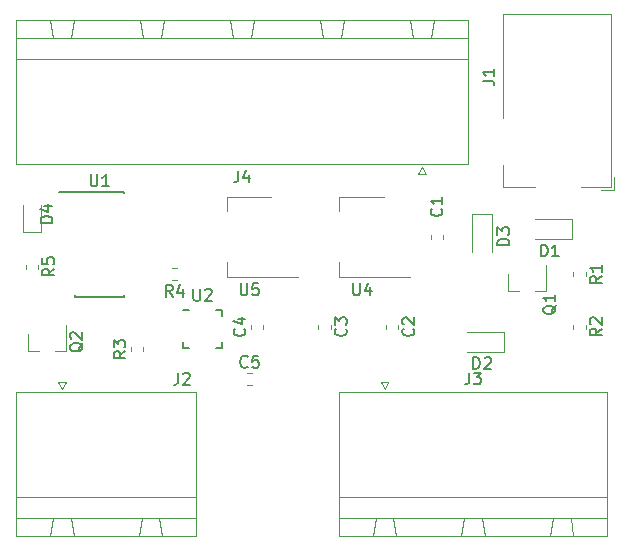
<source format=gbr>
G04 #@! TF.GenerationSoftware,KiCad,Pcbnew,(5.0.2)-1*
G04 #@! TF.CreationDate,2019-04-22T21:15:54+05:30*
G04 #@! TF.ProjectId,parking_sense_1,7061726b-696e-4675-9f73-656e73655f31,rev?*
G04 #@! TF.SameCoordinates,Original*
G04 #@! TF.FileFunction,Legend,Top*
G04 #@! TF.FilePolarity,Positive*
%FSLAX46Y46*%
G04 Gerber Fmt 4.6, Leading zero omitted, Abs format (unit mm)*
G04 Created by KiCad (PCBNEW (5.0.2)-1) date 04/22/19 21:15:54*
%MOMM*%
%LPD*%
G01*
G04 APERTURE LIST*
%ADD10C,0.120000*%
%ADD11C,0.150000*%
G04 APERTURE END LIST*
D10*
G04 #@! TO.C,D1*
X82545000Y-47840000D02*
X79395000Y-47840000D01*
X82545000Y-46140000D02*
X79395000Y-46140000D01*
X82545000Y-47840000D02*
X82545000Y-46140000D01*
G04 #@! TO.C,D3*
X75780000Y-45725000D02*
X75780000Y-48875000D01*
X74080000Y-45725000D02*
X74080000Y-48875000D01*
X75780000Y-45725000D02*
X74080000Y-45725000D01*
G04 #@! TO.C,J3*
X66375000Y-59955000D02*
X66975000Y-59955000D01*
X66675000Y-60555000D02*
X66375000Y-59955000D01*
X66975000Y-59955000D02*
X66675000Y-60555000D01*
X80925000Y-71475000D02*
X80675000Y-72975000D01*
X82425000Y-71475000D02*
X80925000Y-71475000D01*
X82675000Y-72975000D02*
X82425000Y-71475000D01*
X80675000Y-72975000D02*
X82675000Y-72975000D01*
X73425000Y-71475000D02*
X73175000Y-72975000D01*
X74925000Y-71475000D02*
X73425000Y-71475000D01*
X75175000Y-72975000D02*
X74925000Y-71475000D01*
X73175000Y-72975000D02*
X75175000Y-72975000D01*
X65925000Y-71475000D02*
X65675000Y-72975000D01*
X67425000Y-71475000D02*
X65925000Y-71475000D01*
X67675000Y-72975000D02*
X67425000Y-71475000D01*
X65675000Y-72975000D02*
X67675000Y-72975000D01*
X85535000Y-71475000D02*
X62815000Y-71475000D01*
X85535000Y-69675000D02*
X85535000Y-71475000D01*
X62815000Y-69675000D02*
X85535000Y-69675000D01*
X62815000Y-71475000D02*
X62815000Y-69675000D01*
X85535000Y-60755000D02*
X62815000Y-60755000D01*
X85535000Y-72975000D02*
X85535000Y-60755000D01*
X62815000Y-72975000D02*
X85535000Y-72975000D01*
X62815000Y-60755000D02*
X62815000Y-72975000D01*
G04 #@! TO.C,D2*
X76830000Y-57365000D02*
X76830000Y-55665000D01*
X76830000Y-55665000D02*
X73680000Y-55665000D01*
X76830000Y-57365000D02*
X73680000Y-57365000D01*
G04 #@! TO.C,Q2*
X36520000Y-57275000D02*
X36520000Y-55815000D01*
X39680000Y-57275000D02*
X39680000Y-55115000D01*
X39680000Y-57275000D02*
X38750000Y-57275000D01*
X36520000Y-57275000D02*
X37450000Y-57275000D01*
G04 #@! TO.C,Q1*
X77160000Y-52195000D02*
X78090000Y-52195000D01*
X80320000Y-52195000D02*
X79390000Y-52195000D01*
X80320000Y-52195000D02*
X80320000Y-50035000D01*
X77160000Y-52195000D02*
X77160000Y-50735000D01*
G04 #@! TO.C,C1*
X71630000Y-47453733D02*
X71630000Y-47796267D01*
X70610000Y-47453733D02*
X70610000Y-47796267D01*
G04 #@! TO.C,C2*
X66800000Y-55073733D02*
X66800000Y-55416267D01*
X67820000Y-55073733D02*
X67820000Y-55416267D01*
G04 #@! TO.C,C3*
X62105000Y-55073733D02*
X62105000Y-55416267D01*
X61085000Y-55073733D02*
X61085000Y-55416267D01*
G04 #@! TO.C,C4*
X56390000Y-55416267D02*
X56390000Y-55073733D01*
X55370000Y-55416267D02*
X55370000Y-55073733D01*
G04 #@! TO.C,C5*
X55073733Y-59180000D02*
X55416267Y-59180000D01*
X55073733Y-60200000D02*
X55416267Y-60200000D01*
G04 #@! TO.C,J1*
X85030000Y-43645000D02*
X86080000Y-43645000D01*
X86080000Y-42595000D02*
X86080000Y-43645000D01*
X76680000Y-37545000D02*
X76680000Y-28745000D01*
X76680000Y-28745000D02*
X85880000Y-28745000D01*
X79380000Y-43445000D02*
X76680000Y-43445000D01*
X76680000Y-43445000D02*
X76680000Y-41545000D01*
X85880000Y-28745000D02*
X85880000Y-43445000D01*
X85880000Y-43445000D02*
X83280000Y-43445000D01*
G04 #@! TO.C,J2*
X35510000Y-60755000D02*
X35510000Y-72975000D01*
X35510000Y-72975000D02*
X50730000Y-72975000D01*
X50730000Y-72975000D02*
X50730000Y-60755000D01*
X50730000Y-60755000D02*
X35510000Y-60755000D01*
X35510000Y-71475000D02*
X35510000Y-69675000D01*
X35510000Y-69675000D02*
X50730000Y-69675000D01*
X50730000Y-69675000D02*
X50730000Y-71475000D01*
X50730000Y-71475000D02*
X35510000Y-71475000D01*
X38370000Y-72975000D02*
X40370000Y-72975000D01*
X40370000Y-72975000D02*
X40120000Y-71475000D01*
X40120000Y-71475000D02*
X38620000Y-71475000D01*
X38620000Y-71475000D02*
X38370000Y-72975000D01*
X45870000Y-72975000D02*
X47870000Y-72975000D01*
X47870000Y-72975000D02*
X47620000Y-71475000D01*
X47620000Y-71475000D02*
X46120000Y-71475000D01*
X46120000Y-71475000D02*
X45870000Y-72975000D01*
X39670000Y-59955000D02*
X39370000Y-60555000D01*
X39370000Y-60555000D02*
X39070000Y-59955000D01*
X39070000Y-59955000D02*
X39670000Y-59955000D01*
G04 #@! TO.C,J4*
X73770000Y-41480000D02*
X73770000Y-29260000D01*
X73770000Y-29260000D02*
X35450000Y-29260000D01*
X35450000Y-29260000D02*
X35450000Y-41480000D01*
X35450000Y-41480000D02*
X73770000Y-41480000D01*
X73770000Y-30760000D02*
X73770000Y-32560000D01*
X73770000Y-32560000D02*
X35450000Y-32560000D01*
X35450000Y-32560000D02*
X35450000Y-30760000D01*
X35450000Y-30760000D02*
X73770000Y-30760000D01*
X70850000Y-29260000D02*
X68850000Y-29260000D01*
X68850000Y-29260000D02*
X69100000Y-30760000D01*
X69100000Y-30760000D02*
X70600000Y-30760000D01*
X70600000Y-30760000D02*
X70850000Y-29260000D01*
X63230000Y-29260000D02*
X61230000Y-29260000D01*
X61230000Y-29260000D02*
X61480000Y-30760000D01*
X61480000Y-30760000D02*
X62980000Y-30760000D01*
X62980000Y-30760000D02*
X63230000Y-29260000D01*
X55610000Y-29260000D02*
X53610000Y-29260000D01*
X53610000Y-29260000D02*
X53860000Y-30760000D01*
X53860000Y-30760000D02*
X55360000Y-30760000D01*
X55360000Y-30760000D02*
X55610000Y-29260000D01*
X47990000Y-29260000D02*
X45990000Y-29260000D01*
X45990000Y-29260000D02*
X46240000Y-30760000D01*
X46240000Y-30760000D02*
X47740000Y-30760000D01*
X47740000Y-30760000D02*
X47990000Y-29260000D01*
X40370000Y-29260000D02*
X38370000Y-29260000D01*
X38370000Y-29260000D02*
X38620000Y-30760000D01*
X38620000Y-30760000D02*
X40120000Y-30760000D01*
X40120000Y-30760000D02*
X40370000Y-29260000D01*
X69550000Y-42280000D02*
X69850000Y-41680000D01*
X69850000Y-41680000D02*
X70150000Y-42280000D01*
X70150000Y-42280000D02*
X69550000Y-42280000D01*
G04 #@! TO.C,D4*
X36095000Y-44920000D02*
X36095000Y-47205000D01*
X36095000Y-47205000D02*
X37565000Y-47205000D01*
X37565000Y-47205000D02*
X37565000Y-44920000D01*
D11*
G04 #@! TO.C,U2*
X52875000Y-53805000D02*
X52875000Y-54305000D01*
X49625000Y-57055000D02*
X49625000Y-56555000D01*
X52875000Y-57055000D02*
X52875000Y-56555000D01*
X49625000Y-53805000D02*
X50125000Y-53805000D01*
X49625000Y-57055000D02*
X50125000Y-57055000D01*
X52875000Y-57055000D02*
X52375000Y-57055000D01*
X52875000Y-53805000D02*
X52375000Y-53805000D01*
G04 #@! TO.C,U1*
X40470000Y-43810000D02*
X40470000Y-43835000D01*
X44620000Y-43810000D02*
X44620000Y-43925000D01*
X44620000Y-52710000D02*
X44620000Y-52595000D01*
X40470000Y-52710000D02*
X40470000Y-52595000D01*
X40470000Y-43810000D02*
X44620000Y-43810000D01*
X40470000Y-52710000D02*
X44620000Y-52710000D01*
X40470000Y-43835000D02*
X39095000Y-43835000D01*
D10*
G04 #@! TO.C,U4*
X68870000Y-51035000D02*
X62860000Y-51035000D01*
X66620000Y-44215000D02*
X62860000Y-44215000D01*
X62860000Y-51035000D02*
X62860000Y-49775000D01*
X62860000Y-44215000D02*
X62860000Y-45475000D01*
G04 #@! TO.C,U5*
X53335000Y-44215000D02*
X53335000Y-45475000D01*
X53335000Y-51035000D02*
X53335000Y-49775000D01*
X57095000Y-44215000D02*
X53335000Y-44215000D01*
X59345000Y-51035000D02*
X53335000Y-51035000D01*
G04 #@! TO.C,R1*
X83695000Y-50628733D02*
X83695000Y-50971267D01*
X82675000Y-50628733D02*
X82675000Y-50971267D01*
G04 #@! TO.C,R2*
X82675000Y-55073733D02*
X82675000Y-55416267D01*
X83695000Y-55073733D02*
X83695000Y-55416267D01*
G04 #@! TO.C,R3*
X45210000Y-57321267D02*
X45210000Y-56978733D01*
X46230000Y-57321267D02*
X46230000Y-56978733D01*
G04 #@! TO.C,R4*
X49066267Y-50290000D02*
X48723733Y-50290000D01*
X49066267Y-51310000D02*
X48723733Y-51310000D01*
G04 #@! TO.C,R5*
X37340000Y-49993733D02*
X37340000Y-50336267D01*
X36320000Y-49993733D02*
X36320000Y-50336267D01*
G04 #@! TO.C,D1*
D11*
X79906904Y-49292380D02*
X79906904Y-48292380D01*
X80145000Y-48292380D01*
X80287857Y-48340000D01*
X80383095Y-48435238D01*
X80430714Y-48530476D01*
X80478333Y-48720952D01*
X80478333Y-48863809D01*
X80430714Y-49054285D01*
X80383095Y-49149523D01*
X80287857Y-49244761D01*
X80145000Y-49292380D01*
X79906904Y-49292380D01*
X81430714Y-49292380D02*
X80859285Y-49292380D01*
X81145000Y-49292380D02*
X81145000Y-48292380D01*
X81049761Y-48435238D01*
X80954523Y-48530476D01*
X80859285Y-48578095D01*
G04 #@! TO.C,D3*
X77232380Y-48363095D02*
X76232380Y-48363095D01*
X76232380Y-48125000D01*
X76280000Y-47982142D01*
X76375238Y-47886904D01*
X76470476Y-47839285D01*
X76660952Y-47791666D01*
X76803809Y-47791666D01*
X76994285Y-47839285D01*
X77089523Y-47886904D01*
X77184761Y-47982142D01*
X77232380Y-48125000D01*
X77232380Y-48363095D01*
X76232380Y-47458333D02*
X76232380Y-46839285D01*
X76613333Y-47172619D01*
X76613333Y-47029761D01*
X76660952Y-46934523D01*
X76708571Y-46886904D01*
X76803809Y-46839285D01*
X77041904Y-46839285D01*
X77137142Y-46886904D01*
X77184761Y-46934523D01*
X77232380Y-47029761D01*
X77232380Y-47315476D01*
X77184761Y-47410714D01*
X77137142Y-47458333D01*
G04 #@! TO.C,J3*
X73841666Y-59117380D02*
X73841666Y-59831666D01*
X73794047Y-59974523D01*
X73698809Y-60069761D01*
X73555952Y-60117380D01*
X73460714Y-60117380D01*
X74222619Y-59117380D02*
X74841666Y-59117380D01*
X74508333Y-59498333D01*
X74651190Y-59498333D01*
X74746428Y-59545952D01*
X74794047Y-59593571D01*
X74841666Y-59688809D01*
X74841666Y-59926904D01*
X74794047Y-60022142D01*
X74746428Y-60069761D01*
X74651190Y-60117380D01*
X74365476Y-60117380D01*
X74270238Y-60069761D01*
X74222619Y-60022142D01*
G04 #@! TO.C,D2*
X74191904Y-58817380D02*
X74191904Y-57817380D01*
X74430000Y-57817380D01*
X74572857Y-57865000D01*
X74668095Y-57960238D01*
X74715714Y-58055476D01*
X74763333Y-58245952D01*
X74763333Y-58388809D01*
X74715714Y-58579285D01*
X74668095Y-58674523D01*
X74572857Y-58769761D01*
X74430000Y-58817380D01*
X74191904Y-58817380D01*
X75144285Y-57912619D02*
X75191904Y-57865000D01*
X75287142Y-57817380D01*
X75525238Y-57817380D01*
X75620476Y-57865000D01*
X75668095Y-57912619D01*
X75715714Y-58007857D01*
X75715714Y-58103095D01*
X75668095Y-58245952D01*
X75096666Y-58817380D01*
X75715714Y-58817380D01*
G04 #@! TO.C,Q2*
X41147619Y-56610238D02*
X41100000Y-56705476D01*
X41004761Y-56800714D01*
X40861904Y-56943571D01*
X40814285Y-57038809D01*
X40814285Y-57134047D01*
X41052380Y-57086428D02*
X41004761Y-57181666D01*
X40909523Y-57276904D01*
X40719047Y-57324523D01*
X40385714Y-57324523D01*
X40195238Y-57276904D01*
X40100000Y-57181666D01*
X40052380Y-57086428D01*
X40052380Y-56895952D01*
X40100000Y-56800714D01*
X40195238Y-56705476D01*
X40385714Y-56657857D01*
X40719047Y-56657857D01*
X40909523Y-56705476D01*
X41004761Y-56800714D01*
X41052380Y-56895952D01*
X41052380Y-57086428D01*
X40147619Y-56276904D02*
X40100000Y-56229285D01*
X40052380Y-56134047D01*
X40052380Y-55895952D01*
X40100000Y-55800714D01*
X40147619Y-55753095D01*
X40242857Y-55705476D01*
X40338095Y-55705476D01*
X40480952Y-55753095D01*
X41052380Y-56324523D01*
X41052380Y-55705476D01*
G04 #@! TO.C,Q1*
X81192619Y-53435238D02*
X81145000Y-53530476D01*
X81049761Y-53625714D01*
X80906904Y-53768571D01*
X80859285Y-53863809D01*
X80859285Y-53959047D01*
X81097380Y-53911428D02*
X81049761Y-54006666D01*
X80954523Y-54101904D01*
X80764047Y-54149523D01*
X80430714Y-54149523D01*
X80240238Y-54101904D01*
X80145000Y-54006666D01*
X80097380Y-53911428D01*
X80097380Y-53720952D01*
X80145000Y-53625714D01*
X80240238Y-53530476D01*
X80430714Y-53482857D01*
X80764047Y-53482857D01*
X80954523Y-53530476D01*
X81049761Y-53625714D01*
X81097380Y-53720952D01*
X81097380Y-53911428D01*
X81097380Y-52530476D02*
X81097380Y-53101904D01*
X81097380Y-52816190D02*
X80097380Y-52816190D01*
X80240238Y-52911428D01*
X80335476Y-53006666D01*
X80383095Y-53101904D01*
G04 #@! TO.C,C1*
X71477142Y-45251666D02*
X71524761Y-45299285D01*
X71572380Y-45442142D01*
X71572380Y-45537380D01*
X71524761Y-45680238D01*
X71429523Y-45775476D01*
X71334285Y-45823095D01*
X71143809Y-45870714D01*
X71000952Y-45870714D01*
X70810476Y-45823095D01*
X70715238Y-45775476D01*
X70620000Y-45680238D01*
X70572380Y-45537380D01*
X70572380Y-45442142D01*
X70620000Y-45299285D01*
X70667619Y-45251666D01*
X71572380Y-44299285D02*
X71572380Y-44870714D01*
X71572380Y-44585000D02*
X70572380Y-44585000D01*
X70715238Y-44680238D01*
X70810476Y-44775476D01*
X70858095Y-44870714D01*
G04 #@! TO.C,C2*
X69097142Y-55411666D02*
X69144761Y-55459285D01*
X69192380Y-55602142D01*
X69192380Y-55697380D01*
X69144761Y-55840238D01*
X69049523Y-55935476D01*
X68954285Y-55983095D01*
X68763809Y-56030714D01*
X68620952Y-56030714D01*
X68430476Y-55983095D01*
X68335238Y-55935476D01*
X68240000Y-55840238D01*
X68192380Y-55697380D01*
X68192380Y-55602142D01*
X68240000Y-55459285D01*
X68287619Y-55411666D01*
X68287619Y-55030714D02*
X68240000Y-54983095D01*
X68192380Y-54887857D01*
X68192380Y-54649761D01*
X68240000Y-54554523D01*
X68287619Y-54506904D01*
X68382857Y-54459285D01*
X68478095Y-54459285D01*
X68620952Y-54506904D01*
X69192380Y-55078333D01*
X69192380Y-54459285D01*
G04 #@! TO.C,C3*
X63382142Y-55411666D02*
X63429761Y-55459285D01*
X63477380Y-55602142D01*
X63477380Y-55697380D01*
X63429761Y-55840238D01*
X63334523Y-55935476D01*
X63239285Y-55983095D01*
X63048809Y-56030714D01*
X62905952Y-56030714D01*
X62715476Y-55983095D01*
X62620238Y-55935476D01*
X62525000Y-55840238D01*
X62477380Y-55697380D01*
X62477380Y-55602142D01*
X62525000Y-55459285D01*
X62572619Y-55411666D01*
X62477380Y-55078333D02*
X62477380Y-54459285D01*
X62858333Y-54792619D01*
X62858333Y-54649761D01*
X62905952Y-54554523D01*
X62953571Y-54506904D01*
X63048809Y-54459285D01*
X63286904Y-54459285D01*
X63382142Y-54506904D01*
X63429761Y-54554523D01*
X63477380Y-54649761D01*
X63477380Y-54935476D01*
X63429761Y-55030714D01*
X63382142Y-55078333D01*
G04 #@! TO.C,C4*
X54807142Y-55411666D02*
X54854761Y-55459285D01*
X54902380Y-55602142D01*
X54902380Y-55697380D01*
X54854761Y-55840238D01*
X54759523Y-55935476D01*
X54664285Y-55983095D01*
X54473809Y-56030714D01*
X54330952Y-56030714D01*
X54140476Y-55983095D01*
X54045238Y-55935476D01*
X53950000Y-55840238D01*
X53902380Y-55697380D01*
X53902380Y-55602142D01*
X53950000Y-55459285D01*
X53997619Y-55411666D01*
X54235714Y-54554523D02*
X54902380Y-54554523D01*
X53854761Y-54792619D02*
X54569047Y-55030714D01*
X54569047Y-54411666D01*
G04 #@! TO.C,C5*
X55078333Y-58617142D02*
X55030714Y-58664761D01*
X54887857Y-58712380D01*
X54792619Y-58712380D01*
X54649761Y-58664761D01*
X54554523Y-58569523D01*
X54506904Y-58474285D01*
X54459285Y-58283809D01*
X54459285Y-58140952D01*
X54506904Y-57950476D01*
X54554523Y-57855238D01*
X54649761Y-57760000D01*
X54792619Y-57712380D01*
X54887857Y-57712380D01*
X55030714Y-57760000D01*
X55078333Y-57807619D01*
X55983095Y-57712380D02*
X55506904Y-57712380D01*
X55459285Y-58188571D01*
X55506904Y-58140952D01*
X55602142Y-58093333D01*
X55840238Y-58093333D01*
X55935476Y-58140952D01*
X55983095Y-58188571D01*
X56030714Y-58283809D01*
X56030714Y-58521904D01*
X55983095Y-58617142D01*
X55935476Y-58664761D01*
X55840238Y-58712380D01*
X55602142Y-58712380D01*
X55506904Y-58664761D01*
X55459285Y-58617142D01*
G04 #@! TO.C,J1*
X74982380Y-34428333D02*
X75696666Y-34428333D01*
X75839523Y-34475952D01*
X75934761Y-34571190D01*
X75982380Y-34714047D01*
X75982380Y-34809285D01*
X75982380Y-33428333D02*
X75982380Y-33999761D01*
X75982380Y-33714047D02*
X74982380Y-33714047D01*
X75125238Y-33809285D01*
X75220476Y-33904523D01*
X75268095Y-33999761D01*
G04 #@! TO.C,J2*
X49196666Y-59142380D02*
X49196666Y-59856666D01*
X49149047Y-59999523D01*
X49053809Y-60094761D01*
X48910952Y-60142380D01*
X48815714Y-60142380D01*
X49625238Y-59237619D02*
X49672857Y-59190000D01*
X49768095Y-59142380D01*
X50006190Y-59142380D01*
X50101428Y-59190000D01*
X50149047Y-59237619D01*
X50196666Y-59332857D01*
X50196666Y-59428095D01*
X50149047Y-59570952D01*
X49577619Y-60142380D01*
X50196666Y-60142380D01*
G04 #@! TO.C,J4*
X54276666Y-42022380D02*
X54276666Y-42736666D01*
X54229047Y-42879523D01*
X54133809Y-42974761D01*
X53990952Y-43022380D01*
X53895714Y-43022380D01*
X55181428Y-42355714D02*
X55181428Y-43022380D01*
X54943333Y-41974761D02*
X54705238Y-42689047D01*
X55324285Y-42689047D01*
G04 #@! TO.C,D4*
X38552380Y-46458095D02*
X37552380Y-46458095D01*
X37552380Y-46220000D01*
X37600000Y-46077142D01*
X37695238Y-45981904D01*
X37790476Y-45934285D01*
X37980952Y-45886666D01*
X38123809Y-45886666D01*
X38314285Y-45934285D01*
X38409523Y-45981904D01*
X38504761Y-46077142D01*
X38552380Y-46220000D01*
X38552380Y-46458095D01*
X37885714Y-45029523D02*
X38552380Y-45029523D01*
X37504761Y-45267619D02*
X38219047Y-45505714D01*
X38219047Y-44886666D01*
G04 #@! TO.C,U2*
X50488095Y-52032380D02*
X50488095Y-52841904D01*
X50535714Y-52937142D01*
X50583333Y-52984761D01*
X50678571Y-53032380D01*
X50869047Y-53032380D01*
X50964285Y-52984761D01*
X51011904Y-52937142D01*
X51059523Y-52841904D01*
X51059523Y-52032380D01*
X51488095Y-52127619D02*
X51535714Y-52080000D01*
X51630952Y-52032380D01*
X51869047Y-52032380D01*
X51964285Y-52080000D01*
X52011904Y-52127619D01*
X52059523Y-52222857D01*
X52059523Y-52318095D01*
X52011904Y-52460952D01*
X51440476Y-53032380D01*
X52059523Y-53032380D01*
G04 #@! TO.C,U1*
X41783095Y-42337380D02*
X41783095Y-43146904D01*
X41830714Y-43242142D01*
X41878333Y-43289761D01*
X41973571Y-43337380D01*
X42164047Y-43337380D01*
X42259285Y-43289761D01*
X42306904Y-43242142D01*
X42354523Y-43146904D01*
X42354523Y-42337380D01*
X43354523Y-43337380D02*
X42783095Y-43337380D01*
X43068809Y-43337380D02*
X43068809Y-42337380D01*
X42973571Y-42480238D01*
X42878333Y-42575476D01*
X42783095Y-42623095D01*
G04 #@! TO.C,U4*
X64008095Y-51577380D02*
X64008095Y-52386904D01*
X64055714Y-52482142D01*
X64103333Y-52529761D01*
X64198571Y-52577380D01*
X64389047Y-52577380D01*
X64484285Y-52529761D01*
X64531904Y-52482142D01*
X64579523Y-52386904D01*
X64579523Y-51577380D01*
X65484285Y-51910714D02*
X65484285Y-52577380D01*
X65246190Y-51529761D02*
X65008095Y-52244047D01*
X65627142Y-52244047D01*
G04 #@! TO.C,U5*
X54483095Y-51577380D02*
X54483095Y-52386904D01*
X54530714Y-52482142D01*
X54578333Y-52529761D01*
X54673571Y-52577380D01*
X54864047Y-52577380D01*
X54959285Y-52529761D01*
X55006904Y-52482142D01*
X55054523Y-52386904D01*
X55054523Y-51577380D01*
X56006904Y-51577380D02*
X55530714Y-51577380D01*
X55483095Y-52053571D01*
X55530714Y-52005952D01*
X55625952Y-51958333D01*
X55864047Y-51958333D01*
X55959285Y-52005952D01*
X56006904Y-52053571D01*
X56054523Y-52148809D01*
X56054523Y-52386904D01*
X56006904Y-52482142D01*
X55959285Y-52529761D01*
X55864047Y-52577380D01*
X55625952Y-52577380D01*
X55530714Y-52529761D01*
X55483095Y-52482142D01*
G04 #@! TO.C,R1*
X85067380Y-50966666D02*
X84591190Y-51300000D01*
X85067380Y-51538095D02*
X84067380Y-51538095D01*
X84067380Y-51157142D01*
X84115000Y-51061904D01*
X84162619Y-51014285D01*
X84257857Y-50966666D01*
X84400714Y-50966666D01*
X84495952Y-51014285D01*
X84543571Y-51061904D01*
X84591190Y-51157142D01*
X84591190Y-51538095D01*
X85067380Y-50014285D02*
X85067380Y-50585714D01*
X85067380Y-50300000D02*
X84067380Y-50300000D01*
X84210238Y-50395238D01*
X84305476Y-50490476D01*
X84353095Y-50585714D01*
G04 #@! TO.C,R2*
X85067380Y-55411666D02*
X84591190Y-55745000D01*
X85067380Y-55983095D02*
X84067380Y-55983095D01*
X84067380Y-55602142D01*
X84115000Y-55506904D01*
X84162619Y-55459285D01*
X84257857Y-55411666D01*
X84400714Y-55411666D01*
X84495952Y-55459285D01*
X84543571Y-55506904D01*
X84591190Y-55602142D01*
X84591190Y-55983095D01*
X84162619Y-55030714D02*
X84115000Y-54983095D01*
X84067380Y-54887857D01*
X84067380Y-54649761D01*
X84115000Y-54554523D01*
X84162619Y-54506904D01*
X84257857Y-54459285D01*
X84353095Y-54459285D01*
X84495952Y-54506904D01*
X85067380Y-55078333D01*
X85067380Y-54459285D01*
G04 #@! TO.C,R3*
X44742380Y-57316666D02*
X44266190Y-57650000D01*
X44742380Y-57888095D02*
X43742380Y-57888095D01*
X43742380Y-57507142D01*
X43790000Y-57411904D01*
X43837619Y-57364285D01*
X43932857Y-57316666D01*
X44075714Y-57316666D01*
X44170952Y-57364285D01*
X44218571Y-57411904D01*
X44266190Y-57507142D01*
X44266190Y-57888095D01*
X43742380Y-56983333D02*
X43742380Y-56364285D01*
X44123333Y-56697619D01*
X44123333Y-56554761D01*
X44170952Y-56459523D01*
X44218571Y-56411904D01*
X44313809Y-56364285D01*
X44551904Y-56364285D01*
X44647142Y-56411904D01*
X44694761Y-56459523D01*
X44742380Y-56554761D01*
X44742380Y-56840476D01*
X44694761Y-56935714D01*
X44647142Y-56983333D01*
G04 #@! TO.C,R4*
X48728333Y-52682380D02*
X48395000Y-52206190D01*
X48156904Y-52682380D02*
X48156904Y-51682380D01*
X48537857Y-51682380D01*
X48633095Y-51730000D01*
X48680714Y-51777619D01*
X48728333Y-51872857D01*
X48728333Y-52015714D01*
X48680714Y-52110952D01*
X48633095Y-52158571D01*
X48537857Y-52206190D01*
X48156904Y-52206190D01*
X49585476Y-52015714D02*
X49585476Y-52682380D01*
X49347380Y-51634761D02*
X49109285Y-52349047D01*
X49728333Y-52349047D01*
G04 #@! TO.C,R5*
X38712380Y-50331666D02*
X38236190Y-50665000D01*
X38712380Y-50903095D02*
X37712380Y-50903095D01*
X37712380Y-50522142D01*
X37760000Y-50426904D01*
X37807619Y-50379285D01*
X37902857Y-50331666D01*
X38045714Y-50331666D01*
X38140952Y-50379285D01*
X38188571Y-50426904D01*
X38236190Y-50522142D01*
X38236190Y-50903095D01*
X37712380Y-49426904D02*
X37712380Y-49903095D01*
X38188571Y-49950714D01*
X38140952Y-49903095D01*
X38093333Y-49807857D01*
X38093333Y-49569761D01*
X38140952Y-49474523D01*
X38188571Y-49426904D01*
X38283809Y-49379285D01*
X38521904Y-49379285D01*
X38617142Y-49426904D01*
X38664761Y-49474523D01*
X38712380Y-49569761D01*
X38712380Y-49807857D01*
X38664761Y-49903095D01*
X38617142Y-49950714D01*
G04 #@! TD*
M02*

</source>
